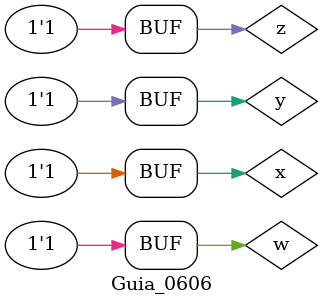
<source format=v>

module fxywz (output s,
 input x,
 input y,
 input w,
 input z);
// definir dado local
 wire not_y;
 wire not_w;
 wire not_z;
 wire s1;
// descrever por portas
 not NOT1 (not_y, y);
 not NOT2 (not_w, w);
 not NOT3 (not_z, z);
 or OR1 (s1, not_y, not_w, not_z);
 and AND1 (s, x, s1);
endmodule // fxywz


module test (output s,
 input x,
 input y,
 input w,
 input z);
// descrever por expressao
 assign s = x & (~y | ~w | ~z);
endmodule // test

module Guia_0606;
// ------------------------- definir dados
 reg x;
 reg y;
 reg w;
 reg z;
 wire a, b;
 fxywz moduloA (a, x, y, w, z);
 test moduloB (b, x, y, w, z);
// ------------------------- parte principal
 initial
 begin : main
 $display("Guia_0606 - Luana Policarpo de Castro - 752657");
 $display("   x    y    w    z    a    b");
 // projetar testes do modulo
 $monitor("%4b %4b %4b %4b %4b %4b", x, y, w, z, a, b);
 x = 1'b0; y = 1'b0; w = 1'b0; z = 1'b0;

 #1 x = 1'b0; y = 1'b0; w = 1'b0; z = 1'b0;
 #1 x = 1'b0; y = 1'b0; w = 1'b0; z = 1'b1;
 #1 x = 1'b0; y = 1'b0; w = 1'b1; z = 1'b0;
 #1 x = 1'b0; y = 1'b0; w = 1'b1; z = 1'b1;
 #1 x = 1'b0; y = 1'b1; w = 1'b0; z = 1'b0;
 #1 x = 1'b0; y = 1'b1; w = 1'b0; z = 1'b1;
 #1 x = 1'b0; y = 1'b1; w = 1'b1; z = 1'b0;
 #1 x = 1'b0; y = 1'b1; w = 1'b1; z = 1'b1;
 #1 x = 1'b1; y = 1'b0; w = 1'b0; z = 1'b0;
 #1 x = 1'b1; y = 1'b0; w = 1'b0; z = 1'b1;
 #1 x = 1'b1; y = 1'b0; w = 1'b1; z = 1'b0;
 #1 x = 1'b1; y = 1'b0; w = 1'b1; z = 1'b1;
 #1 x = 1'b1; y = 1'b1; w = 1'b0; z = 1'b0;
 #1 x = 1'b1; y = 1'b1; w = 1'b0; z = 1'b1;
 #1 x = 1'b1; y = 1'b1; w = 1'b1; z = 1'b0;
 #1 x = 1'b1; y = 1'b1; w = 1'b1; z = 1'b1;
 end
endmodule // Guia_0606
</source>
